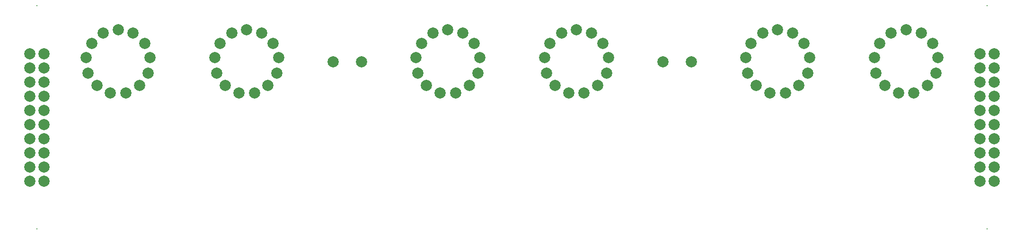
<source format=gbs>
G04*
G04 #@! TF.GenerationSoftware,Altium Limited,Altium Designer,18.0.12 (696)*
G04*
G04 Layer_Color=16711935*
%FSLAX25Y25*%
%MOIN*%
G70*
G01*
G75*
%ADD19C,0.07887*%
%ADD20C,0.00800*%
D19*
X248189Y137795D02*
D03*
X228189D02*
D03*
X460472D02*
D03*
X480472D02*
D03*
X631890Y160433D02*
D03*
X642410Y157840D02*
D03*
X650520Y150655D02*
D03*
X654362Y140524D02*
D03*
X653057Y129768D02*
D03*
X646902Y120851D02*
D03*
X637308Y115815D02*
D03*
X626473Y115815D02*
D03*
X616879Y120850D02*
D03*
X610723Y129767D02*
D03*
X609417Y140523D02*
D03*
X613258Y150654D02*
D03*
X621368Y157839D02*
D03*
X530817D02*
D03*
X522707Y150654D02*
D03*
X518866Y140523D02*
D03*
X520172Y129767D02*
D03*
X526328Y120850D02*
D03*
X535922Y115815D02*
D03*
X546757Y115815D02*
D03*
X556351Y120851D02*
D03*
X562505Y129768D02*
D03*
X563811Y140524D02*
D03*
X559969Y150655D02*
D03*
X551859Y157840D02*
D03*
X541339Y160433D02*
D03*
X399606D02*
D03*
X410126Y157840D02*
D03*
X418237Y150655D02*
D03*
X422079Y140524D02*
D03*
X420773Y129768D02*
D03*
X414618Y120851D02*
D03*
X405025Y115815D02*
D03*
X394190Y115815D02*
D03*
X384595Y120850D02*
D03*
X378440Y129767D02*
D03*
X377133Y140523D02*
D03*
X380975Y150654D02*
D03*
X389085Y157839D02*
D03*
X298534D02*
D03*
X290424Y150654D02*
D03*
X286582Y140523D02*
D03*
X287889Y129767D02*
D03*
X294044Y120850D02*
D03*
X303638Y115815D02*
D03*
X314473Y115815D02*
D03*
X324067Y120851D02*
D03*
X330222Y129768D02*
D03*
X331528Y140524D02*
D03*
X327685Y150655D02*
D03*
X319575Y157840D02*
D03*
X309055Y160433D02*
D03*
X167323D02*
D03*
X177843Y157840D02*
D03*
X185953Y150655D02*
D03*
X189795Y140524D02*
D03*
X188490Y129768D02*
D03*
X182335Y120851D02*
D03*
X172741Y115815D02*
D03*
X161906Y115815D02*
D03*
X152312Y120850D02*
D03*
X146157Y129767D02*
D03*
X144850Y140523D02*
D03*
X148691Y150654D02*
D03*
X156801Y157839D02*
D03*
X66250D02*
D03*
X58140Y150654D02*
D03*
X54299Y140523D02*
D03*
X55605Y129767D02*
D03*
X61761Y120850D02*
D03*
X71355Y115815D02*
D03*
X82190Y115815D02*
D03*
X91784Y120851D02*
D03*
X97939Y129768D02*
D03*
X99244Y140524D02*
D03*
X95402Y150655D02*
D03*
X87292Y157840D02*
D03*
X76772Y160433D02*
D03*
X24685Y143425D02*
D03*
Y133425D02*
D03*
Y123425D02*
D03*
Y113425D02*
D03*
Y103425D02*
D03*
Y93425D02*
D03*
Y83425D02*
D03*
Y73425D02*
D03*
Y63425D02*
D03*
Y53425D02*
D03*
X14685Y143425D02*
D03*
Y133425D02*
D03*
Y123425D02*
D03*
Y113425D02*
D03*
Y103425D02*
D03*
Y93425D02*
D03*
Y83425D02*
D03*
Y73425D02*
D03*
Y63425D02*
D03*
Y53425D02*
D03*
X683976D02*
D03*
Y63425D02*
D03*
Y73425D02*
D03*
Y83425D02*
D03*
Y93425D02*
D03*
Y103425D02*
D03*
Y113425D02*
D03*
Y123425D02*
D03*
Y133425D02*
D03*
Y143425D02*
D03*
X693976Y53425D02*
D03*
Y63425D02*
D03*
Y73425D02*
D03*
Y83425D02*
D03*
Y93425D02*
D03*
Y103425D02*
D03*
Y113425D02*
D03*
Y123425D02*
D03*
Y133425D02*
D03*
Y143425D02*
D03*
D20*
X688976Y177165D02*
D03*
Y19685D02*
D03*
X19685Y177165D02*
D03*
Y19685D02*
D03*
M02*

</source>
